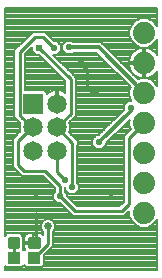
<source format=gbl>
G75*
%MOIN*%
%OFA0B0*%
%FSLAX25Y25*%
%IPPOS*%
%LPD*%
%AMOC8*
5,1,8,0,0,1.08239X$1,22.5*
%
%ADD10R,0.06500X0.06500*%
%ADD11C,0.06500*%
%ADD12C,0.07400*%
%ADD13C,0.01181*%
%ADD14R,0.04331X0.03937*%
%ADD15C,0.01000*%
%ADD16C,0.02200*%
%ADD17C,0.00800*%
%ADD18C,0.02378*%
%ADD19C,0.01200*%
%ADD20C,0.02500*%
D10*
X0190906Y0111374D03*
D11*
X0198780Y0111374D03*
X0198780Y0103500D03*
X0190906Y0103500D03*
X0190906Y0095626D03*
X0198780Y0095626D03*
D12*
X0227843Y0095000D03*
X0227843Y0105000D03*
X0227843Y0115000D03*
X0227843Y0125000D03*
X0227843Y0135000D03*
X0227843Y0085000D03*
X0227843Y0075000D03*
D13*
X0192674Y0066378D02*
X0192674Y0063622D01*
X0189918Y0063622D01*
X0189918Y0066378D01*
X0192674Y0066378D01*
X0192674Y0064744D02*
X0189918Y0064744D01*
X0189918Y0065866D02*
X0192674Y0065866D01*
X0185769Y0066378D02*
X0185769Y0063622D01*
X0183013Y0063622D01*
X0183013Y0066378D01*
X0185769Y0066378D01*
X0185769Y0064744D02*
X0183013Y0064744D01*
X0183013Y0065866D02*
X0185769Y0065866D01*
D14*
X0184497Y0060000D03*
X0191190Y0060000D03*
D15*
X0195843Y0064654D01*
X0195843Y0070500D01*
X0191843Y0075000D02*
X0191843Y0065547D01*
X0191296Y0065000D01*
X0184391Y0065000D02*
X0184391Y0060106D01*
X0184497Y0060000D01*
X0204843Y0075500D02*
X0220343Y0075500D01*
X0222843Y0078000D01*
X0222843Y0100000D01*
X0227843Y0105000D01*
X0223343Y0109000D02*
X0223343Y0110000D01*
X0211843Y0115000D02*
X0210843Y0115000D01*
X0208843Y0117000D01*
X0208843Y0122500D01*
X0206843Y0124500D01*
X0197843Y0130000D02*
X0197793Y0130000D01*
X0194293Y0133500D01*
X0191394Y0133500D01*
X0188894Y0131000D01*
X0188843Y0131000D01*
X0186356Y0128513D01*
X0186356Y0107586D01*
X0186843Y0107099D01*
X0186843Y0107000D01*
X0190343Y0103500D01*
X0190906Y0103500D01*
X0190343Y0103500D02*
X0185843Y0099000D01*
X0185843Y0091000D01*
X0187843Y0089000D01*
X0194843Y0089000D01*
X0199843Y0084000D01*
X0199843Y0080500D01*
X0204843Y0075500D01*
X0203843Y0083500D02*
X0203843Y0098138D01*
X0203993Y0098287D01*
X0198780Y0103500D01*
X0203343Y0108063D01*
X0203343Y0119500D01*
X0192843Y0130000D01*
X0198780Y0095626D02*
X0198780Y0088563D01*
X0201343Y0086000D01*
D16*
X0201343Y0086000D03*
X0203843Y0083500D03*
X0199843Y0080500D03*
X0191843Y0081500D03*
X0216843Y0081500D03*
X0212843Y0098500D03*
X0223343Y0110000D03*
X0211843Y0115000D03*
X0202843Y0130126D03*
X0197843Y0130000D03*
D17*
X0181522Y0057144D02*
X0181522Y0055899D01*
X0232243Y0055899D01*
X0232243Y0072818D01*
X0231997Y0072224D01*
X0230619Y0070846D01*
X0228818Y0070100D01*
X0226869Y0070100D01*
X0225068Y0070846D01*
X0223689Y0072224D01*
X0222943Y0074025D01*
X0222943Y0075696D01*
X0222043Y0074796D01*
X0221047Y0073800D01*
X0204139Y0073800D01*
X0203143Y0074796D01*
X0199739Y0078200D01*
X0198891Y0078200D01*
X0197543Y0079547D01*
X0197543Y0081453D01*
X0198143Y0082053D01*
X0198143Y0083296D01*
X0194139Y0087300D01*
X0187139Y0087300D01*
X0185139Y0089300D01*
X0184143Y0090296D01*
X0184143Y0099704D01*
X0186631Y0102192D01*
X0186456Y0102615D01*
X0186456Y0104385D01*
X0186631Y0104808D01*
X0185143Y0106296D01*
X0185143Y0106394D01*
X0184656Y0106881D01*
X0184656Y0129217D01*
X0188139Y0132700D01*
X0188189Y0132700D01*
X0190689Y0135200D01*
X0194997Y0135200D01*
X0197897Y0132300D01*
X0198796Y0132300D01*
X0200143Y0130953D01*
X0200143Y0129047D01*
X0198796Y0127700D01*
X0197547Y0127700D01*
X0204047Y0121200D01*
X0205043Y0120204D01*
X0205043Y0107359D01*
X0204047Y0106363D01*
X0202890Y0105206D01*
X0203230Y0104385D01*
X0203230Y0102615D01*
X0202890Y0101794D01*
X0204697Y0099987D01*
X0205693Y0098992D01*
X0205693Y0097583D01*
X0205543Y0097434D01*
X0205543Y0085053D01*
X0206143Y0084453D01*
X0206143Y0082547D01*
X0204796Y0081200D01*
X0202891Y0081200D01*
X0201543Y0082547D01*
X0201543Y0083700D01*
X0201543Y0083700D01*
X0201543Y0082053D01*
X0202143Y0081453D01*
X0202143Y0080604D01*
X0205547Y0077200D01*
X0219639Y0077200D01*
X0221143Y0078704D01*
X0221143Y0100704D01*
X0223389Y0102950D01*
X0222943Y0104025D01*
X0222943Y0105975D01*
X0223000Y0106111D01*
X0215143Y0098254D01*
X0215143Y0097547D01*
X0213796Y0096200D01*
X0211891Y0096200D01*
X0210543Y0097547D01*
X0210543Y0099453D01*
X0211891Y0100800D01*
X0212598Y0100800D01*
X0221043Y0109246D01*
X0221043Y0110953D01*
X0222391Y0112300D01*
X0223658Y0112300D01*
X0222943Y0114025D01*
X0222943Y0115975D01*
X0223347Y0116950D01*
X0211972Y0128326D01*
X0204296Y0128326D01*
X0203796Y0127826D01*
X0201891Y0127826D01*
X0200543Y0129173D01*
X0200543Y0131079D01*
X0201891Y0132426D01*
X0203796Y0132426D01*
X0204296Y0131926D01*
X0213463Y0131926D01*
X0225893Y0119496D01*
X0226869Y0119900D01*
X0228818Y0119900D01*
X0230619Y0119154D01*
X0231997Y0117776D01*
X0232243Y0117182D01*
X0232243Y0122402D01*
X0232205Y0122327D01*
X0231733Y0121678D01*
X0231166Y0121110D01*
X0230516Y0120638D01*
X0229801Y0120274D01*
X0229038Y0120026D01*
X0228245Y0119900D01*
X0228243Y0119900D01*
X0228243Y0124600D01*
X0227443Y0124600D01*
X0222743Y0124600D01*
X0222743Y0124599D01*
X0222869Y0123806D01*
X0223117Y0123042D01*
X0223481Y0122327D01*
X0223953Y0121678D01*
X0224521Y0121110D01*
X0225170Y0120638D01*
X0225886Y0120274D01*
X0226649Y0120026D01*
X0227442Y0119900D01*
X0227443Y0119900D01*
X0227443Y0124600D01*
X0227443Y0125400D01*
X0222743Y0125400D01*
X0222743Y0125401D01*
X0222869Y0126194D01*
X0223117Y0126958D01*
X0223481Y0127673D01*
X0223953Y0128322D01*
X0224521Y0128890D01*
X0225170Y0129362D01*
X0225886Y0129726D01*
X0226649Y0129974D01*
X0227442Y0130100D01*
X0227443Y0130100D01*
X0227443Y0125400D01*
X0228243Y0125400D01*
X0228243Y0130100D01*
X0228245Y0130100D01*
X0229038Y0129974D01*
X0229801Y0129726D01*
X0230516Y0129362D01*
X0231166Y0128890D01*
X0231733Y0128322D01*
X0232205Y0127673D01*
X0232243Y0127598D01*
X0232243Y0132818D01*
X0231997Y0132224D01*
X0230619Y0130846D01*
X0228818Y0130100D01*
X0226869Y0130100D01*
X0225068Y0130846D01*
X0223689Y0132224D01*
X0222943Y0134025D01*
X0222943Y0135975D01*
X0223689Y0137776D01*
X0225068Y0139154D01*
X0226869Y0139900D01*
X0228818Y0139900D01*
X0230619Y0139154D01*
X0231997Y0137776D01*
X0232243Y0137182D01*
X0232243Y0143400D01*
X0181522Y0143400D01*
X0181522Y0067420D01*
X0182271Y0068168D01*
X0186510Y0068168D01*
X0187559Y0067120D01*
X0187559Y0062880D01*
X0187503Y0062825D01*
X0187843Y0062484D01*
X0188118Y0062759D01*
X0188063Y0062854D01*
X0187928Y0063360D01*
X0187928Y0064600D01*
X0190896Y0064600D01*
X0190896Y0065400D01*
X0187928Y0065400D01*
X0187928Y0066640D01*
X0188063Y0067146D01*
X0188325Y0067600D01*
X0188696Y0067971D01*
X0189150Y0068233D01*
X0189656Y0068368D01*
X0190896Y0068368D01*
X0190896Y0065400D01*
X0191696Y0065400D01*
X0191696Y0068368D01*
X0192936Y0068368D01*
X0193442Y0068233D01*
X0193896Y0067971D01*
X0194143Y0067724D01*
X0194143Y0068735D01*
X0193766Y0069112D01*
X0193393Y0070013D01*
X0193393Y0070987D01*
X0193766Y0071888D01*
X0194455Y0072577D01*
X0195356Y0072950D01*
X0196331Y0072950D01*
X0197231Y0072577D01*
X0197920Y0071888D01*
X0198293Y0070987D01*
X0198293Y0070013D01*
X0197920Y0069112D01*
X0197543Y0068735D01*
X0197543Y0063949D01*
X0196547Y0062954D01*
X0194555Y0060961D01*
X0194555Y0057534D01*
X0193852Y0056831D01*
X0188527Y0056831D01*
X0187843Y0057516D01*
X0187159Y0056831D01*
X0181834Y0056831D01*
X0181522Y0057144D01*
X0181522Y0056388D02*
X0232243Y0056388D01*
X0232243Y0057187D02*
X0194207Y0057187D01*
X0194555Y0057985D02*
X0232243Y0057985D01*
X0232243Y0058784D02*
X0194555Y0058784D01*
X0194555Y0059582D02*
X0232243Y0059582D01*
X0232243Y0060381D02*
X0194555Y0060381D01*
X0194773Y0061179D02*
X0232243Y0061179D01*
X0232243Y0061978D02*
X0195572Y0061978D01*
X0196370Y0062776D02*
X0232243Y0062776D01*
X0232243Y0063575D02*
X0197169Y0063575D01*
X0197543Y0064373D02*
X0232243Y0064373D01*
X0232243Y0065172D02*
X0197543Y0065172D01*
X0197543Y0065970D02*
X0232243Y0065970D01*
X0232243Y0066769D02*
X0197543Y0066769D01*
X0197543Y0067567D02*
X0232243Y0067567D01*
X0232243Y0068366D02*
X0197543Y0068366D01*
X0197942Y0069164D02*
X0232243Y0069164D01*
X0232243Y0069963D02*
X0198273Y0069963D01*
X0198293Y0070761D02*
X0225272Y0070761D01*
X0224354Y0071560D02*
X0198056Y0071560D01*
X0197450Y0072358D02*
X0223634Y0072358D01*
X0223303Y0073157D02*
X0181522Y0073157D01*
X0181522Y0073955D02*
X0203984Y0073955D01*
X0203185Y0074754D02*
X0181522Y0074754D01*
X0181522Y0075552D02*
X0202387Y0075552D01*
X0201588Y0076351D02*
X0181522Y0076351D01*
X0181522Y0077149D02*
X0200790Y0077149D01*
X0199991Y0077948D02*
X0181522Y0077948D01*
X0181522Y0078746D02*
X0198344Y0078746D01*
X0197546Y0079545D02*
X0181522Y0079545D01*
X0181522Y0080343D02*
X0197543Y0080343D01*
X0197543Y0081142D02*
X0181522Y0081142D01*
X0181522Y0081940D02*
X0198031Y0081940D01*
X0198143Y0082739D02*
X0181522Y0082739D01*
X0181522Y0083537D02*
X0197902Y0083537D01*
X0197103Y0084336D02*
X0181522Y0084336D01*
X0181522Y0085134D02*
X0196305Y0085134D01*
X0195506Y0085933D02*
X0181522Y0085933D01*
X0181522Y0086732D02*
X0194708Y0086732D01*
X0201543Y0083537D02*
X0201543Y0083537D01*
X0201543Y0082739D02*
X0201543Y0082739D01*
X0201656Y0081940D02*
X0202150Y0081940D01*
X0202143Y0081142D02*
X0221143Y0081142D01*
X0221143Y0081940D02*
X0205536Y0081940D01*
X0206143Y0082739D02*
X0221143Y0082739D01*
X0221143Y0083537D02*
X0206143Y0083537D01*
X0206143Y0084336D02*
X0221143Y0084336D01*
X0221143Y0085134D02*
X0205543Y0085134D01*
X0205543Y0085933D02*
X0221143Y0085933D01*
X0221143Y0086732D02*
X0205543Y0086732D01*
X0205543Y0087530D02*
X0221143Y0087530D01*
X0221143Y0088329D02*
X0205543Y0088329D01*
X0205543Y0089127D02*
X0221143Y0089127D01*
X0221143Y0089926D02*
X0205543Y0089926D01*
X0205543Y0090724D02*
X0221143Y0090724D01*
X0221143Y0091523D02*
X0205543Y0091523D01*
X0205543Y0092321D02*
X0221143Y0092321D01*
X0221143Y0093120D02*
X0205543Y0093120D01*
X0205543Y0093918D02*
X0221143Y0093918D01*
X0221143Y0094717D02*
X0205543Y0094717D01*
X0205543Y0095515D02*
X0221143Y0095515D01*
X0221143Y0096314D02*
X0213910Y0096314D01*
X0214708Y0097112D02*
X0221143Y0097112D01*
X0221143Y0097911D02*
X0215143Y0097911D01*
X0215598Y0098709D02*
X0221143Y0098709D01*
X0221143Y0099508D02*
X0216397Y0099508D01*
X0217195Y0100306D02*
X0221143Y0100306D01*
X0221544Y0101105D02*
X0217994Y0101105D01*
X0218792Y0101903D02*
X0222342Y0101903D01*
X0223141Y0102702D02*
X0219591Y0102702D01*
X0220389Y0103500D02*
X0223161Y0103500D01*
X0222943Y0104299D02*
X0221188Y0104299D01*
X0221986Y0105097D02*
X0222943Y0105097D01*
X0222943Y0105896D02*
X0222785Y0105896D01*
X0219291Y0107493D02*
X0205043Y0107493D01*
X0205043Y0108291D02*
X0220089Y0108291D01*
X0220888Y0109090D02*
X0205043Y0109090D01*
X0205043Y0109888D02*
X0221043Y0109888D01*
X0221043Y0110687D02*
X0205043Y0110687D01*
X0205043Y0111485D02*
X0221576Y0111485D01*
X0222375Y0112284D02*
X0205043Y0112284D01*
X0205043Y0113082D02*
X0223334Y0113082D01*
X0223003Y0113881D02*
X0205043Y0113881D01*
X0205043Y0114679D02*
X0222943Y0114679D01*
X0222943Y0115478D02*
X0205043Y0115478D01*
X0205043Y0116276D02*
X0223068Y0116276D01*
X0223223Y0117075D02*
X0205043Y0117075D01*
X0205043Y0117873D02*
X0222424Y0117873D01*
X0221626Y0118672D02*
X0205043Y0118672D01*
X0205043Y0119470D02*
X0220827Y0119470D01*
X0220029Y0120269D02*
X0204978Y0120269D01*
X0204180Y0121068D02*
X0219230Y0121068D01*
X0218432Y0121866D02*
X0203381Y0121866D01*
X0202583Y0122665D02*
X0217633Y0122665D01*
X0216835Y0123463D02*
X0201784Y0123463D01*
X0200986Y0124262D02*
X0216036Y0124262D01*
X0215238Y0125060D02*
X0200187Y0125060D01*
X0199389Y0125859D02*
X0214439Y0125859D01*
X0213641Y0126657D02*
X0198590Y0126657D01*
X0197792Y0127456D02*
X0212842Y0127456D01*
X0212044Y0128254D02*
X0204224Y0128254D01*
X0201462Y0128254D02*
X0199350Y0128254D01*
X0200143Y0129053D02*
X0200664Y0129053D01*
X0200543Y0129851D02*
X0200143Y0129851D01*
X0200143Y0130650D02*
X0200543Y0130650D01*
X0200913Y0131448D02*
X0199648Y0131448D01*
X0198849Y0132247D02*
X0201711Y0132247D01*
X0203975Y0132247D02*
X0223680Y0132247D01*
X0223349Y0133045D02*
X0197152Y0133045D01*
X0196354Y0133844D02*
X0223019Y0133844D01*
X0222943Y0134642D02*
X0195555Y0134642D01*
X0190132Y0134642D02*
X0181522Y0134642D01*
X0181522Y0133844D02*
X0189333Y0133844D01*
X0188535Y0133045D02*
X0181522Y0133045D01*
X0181522Y0132247D02*
X0187686Y0132247D01*
X0186887Y0131448D02*
X0181522Y0131448D01*
X0181522Y0130650D02*
X0186089Y0130650D01*
X0185290Y0129851D02*
X0181522Y0129851D01*
X0181522Y0129053D02*
X0184656Y0129053D01*
X0184656Y0128254D02*
X0181522Y0128254D01*
X0181522Y0127456D02*
X0184656Y0127456D01*
X0184656Y0126657D02*
X0181522Y0126657D01*
X0181522Y0125859D02*
X0184656Y0125859D01*
X0184656Y0125060D02*
X0181522Y0125060D01*
X0181522Y0124262D02*
X0184656Y0124262D01*
X0184656Y0123463D02*
X0181522Y0123463D01*
X0181522Y0122665D02*
X0184656Y0122665D01*
X0184656Y0121866D02*
X0181522Y0121866D01*
X0181522Y0121068D02*
X0184656Y0121068D01*
X0184656Y0120269D02*
X0181522Y0120269D01*
X0181522Y0119470D02*
X0184656Y0119470D01*
X0184656Y0118672D02*
X0181522Y0118672D01*
X0181522Y0117873D02*
X0184656Y0117873D01*
X0184656Y0117075D02*
X0181522Y0117075D01*
X0181522Y0116276D02*
X0184656Y0116276D01*
X0184656Y0115478D02*
X0181522Y0115478D01*
X0181522Y0114679D02*
X0184656Y0114679D01*
X0184656Y0113881D02*
X0181522Y0113881D01*
X0181522Y0113082D02*
X0184656Y0113082D01*
X0184656Y0112284D02*
X0181522Y0112284D01*
X0181522Y0111485D02*
X0184656Y0111485D01*
X0184656Y0110687D02*
X0181522Y0110687D01*
X0181522Y0109888D02*
X0184656Y0109888D01*
X0184656Y0109090D02*
X0181522Y0109090D01*
X0181522Y0108291D02*
X0184656Y0108291D01*
X0184656Y0107493D02*
X0181522Y0107493D01*
X0181522Y0106694D02*
X0184843Y0106694D01*
X0185543Y0105896D02*
X0181522Y0105896D01*
X0181522Y0105097D02*
X0186342Y0105097D01*
X0186456Y0104299D02*
X0181522Y0104299D01*
X0181522Y0103500D02*
X0186456Y0103500D01*
X0186456Y0102702D02*
X0181522Y0102702D01*
X0181522Y0101903D02*
X0186342Y0101903D01*
X0185544Y0101105D02*
X0181522Y0101105D01*
X0181522Y0100306D02*
X0184745Y0100306D01*
X0184143Y0099508D02*
X0181522Y0099508D01*
X0181522Y0098709D02*
X0184143Y0098709D01*
X0184143Y0097911D02*
X0181522Y0097911D01*
X0181522Y0097112D02*
X0184143Y0097112D01*
X0184143Y0096314D02*
X0181522Y0096314D01*
X0181522Y0095515D02*
X0184143Y0095515D01*
X0184143Y0094717D02*
X0181522Y0094717D01*
X0181522Y0093918D02*
X0184143Y0093918D01*
X0184143Y0093120D02*
X0181522Y0093120D01*
X0181522Y0092321D02*
X0184143Y0092321D01*
X0184143Y0091523D02*
X0181522Y0091523D01*
X0181522Y0090724D02*
X0184143Y0090724D01*
X0184514Y0089926D02*
X0181522Y0089926D01*
X0181522Y0089127D02*
X0185312Y0089127D01*
X0186111Y0088329D02*
X0181522Y0088329D01*
X0181522Y0087530D02*
X0186909Y0087530D01*
X0202404Y0080343D02*
X0221143Y0080343D01*
X0221143Y0079545D02*
X0203203Y0079545D01*
X0204001Y0078746D02*
X0221143Y0078746D01*
X0220387Y0077948D02*
X0204800Y0077948D01*
X0194237Y0072358D02*
X0181522Y0072358D01*
X0181522Y0071560D02*
X0193630Y0071560D01*
X0193393Y0070761D02*
X0181522Y0070761D01*
X0181522Y0069963D02*
X0193414Y0069963D01*
X0193745Y0069164D02*
X0181522Y0069164D01*
X0181522Y0068366D02*
X0189646Y0068366D01*
X0190896Y0068366D02*
X0191696Y0068366D01*
X0191696Y0067567D02*
X0190896Y0067567D01*
X0190896Y0066769D02*
X0191696Y0066769D01*
X0191696Y0065970D02*
X0190896Y0065970D01*
X0190896Y0065172D02*
X0187559Y0065172D01*
X0187559Y0065970D02*
X0187928Y0065970D01*
X0187962Y0066769D02*
X0187559Y0066769D01*
X0187111Y0067567D02*
X0188306Y0067567D01*
X0192946Y0068366D02*
X0194143Y0068366D01*
X0187928Y0064373D02*
X0187559Y0064373D01*
X0187559Y0063575D02*
X0187928Y0063575D01*
X0188108Y0062776D02*
X0187552Y0062776D01*
X0181670Y0067567D02*
X0181522Y0067567D01*
X0187514Y0057187D02*
X0188172Y0057187D01*
X0221203Y0073955D02*
X0222972Y0073955D01*
X0222943Y0074754D02*
X0222001Y0074754D01*
X0222800Y0075552D02*
X0222943Y0075552D01*
X0231333Y0071560D02*
X0232243Y0071560D01*
X0232243Y0072358D02*
X0232053Y0072358D01*
X0232243Y0070761D02*
X0230414Y0070761D01*
X0211777Y0096314D02*
X0205543Y0096314D01*
X0205543Y0097112D02*
X0210978Y0097112D01*
X0210543Y0097911D02*
X0205693Y0097911D01*
X0205693Y0098709D02*
X0210543Y0098709D01*
X0210598Y0099508D02*
X0205177Y0099508D01*
X0204378Y0100306D02*
X0211397Y0100306D01*
X0212902Y0101105D02*
X0203580Y0101105D01*
X0202936Y0101903D02*
X0213701Y0101903D01*
X0214499Y0102702D02*
X0203230Y0102702D01*
X0203230Y0103500D02*
X0215298Y0103500D01*
X0216096Y0104299D02*
X0203230Y0104299D01*
X0202935Y0105097D02*
X0216895Y0105097D01*
X0217694Y0105896D02*
X0203580Y0105896D01*
X0204379Y0106694D02*
X0218492Y0106694D01*
X0201643Y0115042D02*
X0201217Y0115351D01*
X0200565Y0115683D01*
X0199869Y0115910D01*
X0199180Y0116019D01*
X0199180Y0111774D01*
X0198380Y0111774D01*
X0198380Y0116019D01*
X0197691Y0115910D01*
X0196995Y0115683D01*
X0196343Y0115351D01*
X0195751Y0114921D01*
X0195356Y0114526D01*
X0195356Y0115121D01*
X0194653Y0115824D01*
X0188056Y0115824D01*
X0188056Y0127809D01*
X0189547Y0129300D01*
X0189598Y0129300D01*
X0190454Y0130157D01*
X0190454Y0129010D01*
X0191854Y0127611D01*
X0192828Y0127611D01*
X0201643Y0118796D01*
X0201643Y0115042D01*
X0201643Y0115478D02*
X0200968Y0115478D01*
X0201643Y0116276D02*
X0188056Y0116276D01*
X0188056Y0117075D02*
X0201643Y0117075D01*
X0201643Y0117873D02*
X0188056Y0117873D01*
X0188056Y0118672D02*
X0201643Y0118672D01*
X0200969Y0119470D02*
X0188056Y0119470D01*
X0188056Y0120269D02*
X0200170Y0120269D01*
X0199372Y0121068D02*
X0188056Y0121068D01*
X0188056Y0121866D02*
X0198573Y0121866D01*
X0197775Y0122665D02*
X0188056Y0122665D01*
X0188056Y0123463D02*
X0196976Y0123463D01*
X0196178Y0124262D02*
X0188056Y0124262D01*
X0188056Y0125060D02*
X0195379Y0125060D01*
X0194581Y0125859D02*
X0188056Y0125859D01*
X0188056Y0126657D02*
X0193782Y0126657D01*
X0192984Y0127456D02*
X0188056Y0127456D01*
X0188502Y0128254D02*
X0191211Y0128254D01*
X0190454Y0129053D02*
X0189300Y0129053D01*
X0190149Y0129851D02*
X0190454Y0129851D01*
X0181522Y0135441D02*
X0222943Y0135441D01*
X0223053Y0136239D02*
X0181522Y0136239D01*
X0181522Y0137038D02*
X0223384Y0137038D01*
X0223750Y0137836D02*
X0181522Y0137836D01*
X0181522Y0138635D02*
X0224548Y0138635D01*
X0225742Y0139433D02*
X0181522Y0139433D01*
X0181522Y0140232D02*
X0232243Y0140232D01*
X0232243Y0141030D02*
X0181522Y0141030D01*
X0181522Y0141829D02*
X0232243Y0141829D01*
X0232243Y0142627D02*
X0181522Y0142627D01*
X0213941Y0131448D02*
X0224466Y0131448D01*
X0225542Y0130650D02*
X0214739Y0130650D01*
X0215538Y0129851D02*
X0226270Y0129851D01*
X0227443Y0129851D02*
X0228243Y0129851D01*
X0228243Y0129053D02*
X0227443Y0129053D01*
X0227443Y0128254D02*
X0228243Y0128254D01*
X0228243Y0127456D02*
X0227443Y0127456D01*
X0227443Y0126657D02*
X0228243Y0126657D01*
X0228243Y0125859D02*
X0227443Y0125859D01*
X0227443Y0125060D02*
X0220329Y0125060D01*
X0221127Y0124262D02*
X0222797Y0124262D01*
X0222980Y0123463D02*
X0221926Y0123463D01*
X0222724Y0122665D02*
X0223309Y0122665D01*
X0223523Y0121866D02*
X0223816Y0121866D01*
X0224321Y0121068D02*
X0224579Y0121068D01*
X0225120Y0120269D02*
X0225900Y0120269D01*
X0227443Y0120269D02*
X0228243Y0120269D01*
X0228243Y0121068D02*
X0227443Y0121068D01*
X0227443Y0121866D02*
X0228243Y0121866D01*
X0228243Y0122665D02*
X0227443Y0122665D01*
X0227443Y0123463D02*
X0228243Y0123463D01*
X0228243Y0124262D02*
X0227443Y0124262D01*
X0222816Y0125859D02*
X0219530Y0125859D01*
X0218732Y0126657D02*
X0223019Y0126657D01*
X0223371Y0127456D02*
X0217933Y0127456D01*
X0217135Y0128254D02*
X0223904Y0128254D01*
X0224745Y0129053D02*
X0216336Y0129053D01*
X0229417Y0129851D02*
X0232243Y0129851D01*
X0232243Y0129053D02*
X0230942Y0129053D01*
X0231783Y0128254D02*
X0232243Y0128254D01*
X0232243Y0130650D02*
X0230145Y0130650D01*
X0231221Y0131448D02*
X0232243Y0131448D01*
X0232243Y0132247D02*
X0232007Y0132247D01*
X0231937Y0137836D02*
X0232243Y0137836D01*
X0232243Y0138635D02*
X0231138Y0138635D01*
X0232243Y0139433D02*
X0229945Y0139433D01*
X0231870Y0121866D02*
X0232243Y0121866D01*
X0232243Y0121068D02*
X0231107Y0121068D01*
X0232243Y0120269D02*
X0229787Y0120269D01*
X0229855Y0119470D02*
X0232243Y0119470D01*
X0232243Y0118672D02*
X0231101Y0118672D01*
X0231899Y0117873D02*
X0232243Y0117873D01*
X0199180Y0115478D02*
X0198380Y0115478D01*
X0198380Y0114679D02*
X0199180Y0114679D01*
X0199180Y0113881D02*
X0198380Y0113881D01*
X0198380Y0113082D02*
X0199180Y0113082D01*
X0199180Y0112284D02*
X0198380Y0112284D01*
X0196592Y0115478D02*
X0194999Y0115478D01*
X0195356Y0114679D02*
X0195510Y0114679D01*
D18*
X0206843Y0124500D03*
X0192843Y0130000D03*
D19*
X0202843Y0130126D02*
X0212717Y0130126D01*
X0227843Y0115000D01*
X0223343Y0109000D02*
X0212843Y0098500D01*
D20*
X0195843Y0070500D03*
M02*

</source>
